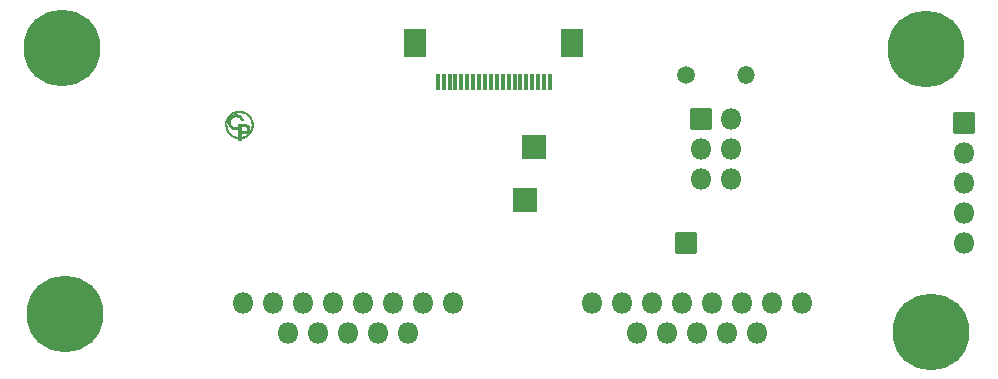
<source format=gbr>
%TF.GenerationSoftware,KiCad,Pcbnew,(7.0.0)*%
%TF.CreationDate,2023-03-30T12:26:05-04:00*%
%TF.ProjectId,headunit_hub,68656164-756e-4697-945f-6875622e6b69,rev?*%
%TF.SameCoordinates,Original*%
%TF.FileFunction,Soldermask,Top*%
%TF.FilePolarity,Negative*%
%FSLAX46Y46*%
G04 Gerber Fmt 4.6, Leading zero omitted, Abs format (unit mm)*
G04 Created by KiCad (PCBNEW (7.0.0)) date 2023-03-30 12:26:05*
%MOMM*%
%LPD*%
G01*
G04 APERTURE LIST*
G04 Aperture macros list*
%AMRoundRect*
0 Rectangle with rounded corners*
0 $1 Rounding radius*
0 $2 $3 $4 $5 $6 $7 $8 $9 X,Y pos of 4 corners*
0 Add a 4 corners polygon primitive as box body*
4,1,4,$2,$3,$4,$5,$6,$7,$8,$9,$2,$3,0*
0 Add four circle primitives for the rounded corners*
1,1,$1+$1,$2,$3*
1,1,$1+$1,$4,$5*
1,1,$1+$1,$6,$7*
1,1,$1+$1,$8,$9*
0 Add four rect primitives between the rounded corners*
20,1,$1+$1,$2,$3,$4,$5,0*
20,1,$1+$1,$4,$5,$6,$7,0*
20,1,$1+$1,$6,$7,$8,$9,0*
20,1,$1+$1,$8,$9,$2,$3,0*%
G04 Aperture macros list end*
%ADD10C,0.010000*%
%ADD11RoundRect,0.050000X-1.000000X-1.000000X1.000000X-1.000000X1.000000X1.000000X-1.000000X1.000000X0*%
%ADD12RoundRect,0.050000X0.150000X0.650000X-0.150000X0.650000X-0.150000X-0.650000X0.150000X-0.650000X0*%
%ADD13RoundRect,0.050000X0.900000X1.100000X-0.900000X1.100000X-0.900000X-1.100000X0.900000X-1.100000X0*%
%ADD14RoundRect,0.050000X-0.850000X-0.850000X0.850000X-0.850000X0.850000X0.850000X-0.850000X0.850000X0*%
%ADD15C,1.500000*%
%ADD16O,1.500000X1.500000*%
%ADD17O,1.800000X1.800000*%
%ADD18C,0.900000*%
%ADD19C,6.500000*%
G04 APERTURE END LIST*
%TO.C,H3*%
G36*
X122556712Y-84222468D02*
G01*
X122655744Y-84222468D01*
X122672448Y-84412368D01*
X122723459Y-84597587D01*
X122808657Y-84773380D01*
X122927923Y-84935005D01*
X123081138Y-85077715D01*
X123134886Y-85116945D01*
X123220903Y-85167162D01*
X123324066Y-85214184D01*
X123430350Y-85252768D01*
X123525731Y-85277671D01*
X123582337Y-85284221D01*
X123651129Y-85284668D01*
X123651129Y-84797835D01*
X123651129Y-84606528D01*
X123592920Y-84622066D01*
X123470583Y-84638400D01*
X123335149Y-84630405D01*
X123206793Y-84599930D01*
X123163945Y-84582782D01*
X123043581Y-84517587D01*
X122953473Y-84442534D01*
X122881578Y-84346055D01*
X122842774Y-84274292D01*
X122787020Y-84116764D01*
X122771709Y-83956298D01*
X122797026Y-83798449D01*
X122824556Y-83723200D01*
X122885766Y-83621002D01*
X122973475Y-83521807D01*
X123075311Y-83437242D01*
X123178898Y-83378930D01*
X123199064Y-83371330D01*
X123357564Y-83337727D01*
X123515339Y-83341914D01*
X123665645Y-83381296D01*
X123801739Y-83453275D01*
X123916879Y-83555257D01*
X124002269Y-83680589D01*
X124030874Y-83738114D01*
X124049389Y-83778336D01*
X124053295Y-83789420D01*
X124035533Y-83800686D01*
X124002345Y-83811200D01*
X123949059Y-83826255D01*
X123919590Y-83836192D01*
X123888147Y-83829792D01*
X123873122Y-83802192D01*
X123840308Y-83742066D01*
X123782669Y-83673131D01*
X123712194Y-83607484D01*
X123640870Y-83557221D01*
X123619379Y-83546158D01*
X123493660Y-83510947D01*
X123362813Y-83512961D01*
X123235980Y-83549571D01*
X123122307Y-83618148D01*
X123031569Y-83715153D01*
X122996979Y-83768445D01*
X122976537Y-83814457D01*
X122966569Y-83867667D01*
X122963400Y-83942552D01*
X122963212Y-83984464D01*
X122964925Y-84075026D01*
X122972204Y-84137558D01*
X122988257Y-84186294D01*
X123016291Y-84235472D01*
X123021601Y-84243575D01*
X123111889Y-84349092D01*
X123220430Y-84417522D01*
X123351729Y-84451419D01*
X123394789Y-84455160D01*
X123476977Y-84455856D01*
X123550000Y-84450000D01*
X123591781Y-84440767D01*
X123625819Y-84422788D01*
X123644137Y-84394163D01*
X123648059Y-84370648D01*
X123862795Y-84370648D01*
X123862795Y-84797835D01*
X124037420Y-84796640D01*
X124130022Y-84792966D01*
X124215671Y-84784341D01*
X124278129Y-84772495D01*
X124285577Y-84770181D01*
X124356045Y-84726169D01*
X124399512Y-84658563D01*
X124413397Y-84578350D01*
X124395120Y-84496517D01*
X124362083Y-84444473D01*
X124337160Y-84417940D01*
X124310817Y-84400416D01*
X124273724Y-84389641D01*
X124216551Y-84383357D01*
X124129969Y-84379306D01*
X124086917Y-84377866D01*
X123862795Y-84370648D01*
X123648059Y-84370648D01*
X123652836Y-84342006D01*
X123655281Y-84306667D01*
X123661712Y-84194585D01*
X124001931Y-84197109D01*
X124156066Y-84199919D01*
X124274545Y-84206924D01*
X124363972Y-84219858D01*
X124430954Y-84240460D01*
X124482096Y-84270463D01*
X124524004Y-84311606D01*
X124545837Y-84340069D01*
X124570441Y-84381616D01*
X124584854Y-84429044D01*
X124591556Y-84494929D01*
X124593045Y-84579324D01*
X124588344Y-84689458D01*
X124570717Y-84770055D01*
X124534878Y-84833215D01*
X124475543Y-84891039D01*
X124447328Y-84912943D01*
X124416605Y-84931867D01*
X124378286Y-84945057D01*
X124323782Y-84953879D01*
X124244508Y-84959698D01*
X124131877Y-84963880D01*
X124125844Y-84964053D01*
X123862795Y-84971521D01*
X123862795Y-85289379D01*
X123942170Y-85275755D01*
X123997860Y-85260123D01*
X124076801Y-85230405D01*
X124164727Y-85192124D01*
X124193434Y-85178479D01*
X124367382Y-85071284D01*
X124516582Y-84933696D01*
X124637418Y-84771444D01*
X124726276Y-84590259D01*
X124779539Y-84395872D01*
X124794129Y-84226335D01*
X124774391Y-84028921D01*
X124718031Y-83842481D01*
X124629330Y-83670751D01*
X124512568Y-83517464D01*
X124372026Y-83386355D01*
X124211983Y-83281159D01*
X124036721Y-83205608D01*
X123850519Y-83163439D01*
X123657659Y-83158385D01*
X123580423Y-83167462D01*
X123395183Y-83210036D01*
X123234366Y-83276943D01*
X123090992Y-83368788D01*
X122934376Y-83510934D01*
X122812663Y-83672120D01*
X122725732Y-83847600D01*
X122673466Y-84032630D01*
X122655744Y-84222468D01*
X122556712Y-84222468D01*
X122570098Y-84031049D01*
X122625799Y-83826807D01*
X122721644Y-83633909D01*
X122857006Y-83454438D01*
X122899712Y-83409097D01*
X123069616Y-83264219D01*
X123255759Y-83158405D01*
X123458594Y-83091466D01*
X123678575Y-83063214D01*
X123732390Y-83062168D01*
X123945063Y-83082554D01*
X124147127Y-83141479D01*
X124334094Y-83235594D01*
X124501478Y-83361549D01*
X124644790Y-83515996D01*
X124759543Y-83695584D01*
X124838404Y-83887668D01*
X124870195Y-84037372D01*
X124882245Y-84206490D01*
X124874566Y-84377440D01*
X124847175Y-84532641D01*
X124837855Y-84565001D01*
X124751426Y-84773671D01*
X124632567Y-84955725D01*
X124482849Y-85109771D01*
X124303844Y-85234415D01*
X124097122Y-85328263D01*
X123921004Y-85378453D01*
X123878388Y-85396247D01*
X123863621Y-85433388D01*
X123862795Y-85454404D01*
X123860450Y-85491758D01*
X123846136Y-85510384D01*
X123808934Y-85516795D01*
X123756962Y-85517501D01*
X123694281Y-85516012D01*
X123663021Y-85507435D01*
X123652279Y-85485606D01*
X123651129Y-85457660D01*
X123648579Y-85425625D01*
X123634802Y-85405187D01*
X123600603Y-85390814D01*
X123536790Y-85376975D01*
X123508254Y-85371690D01*
X123305160Y-85313692D01*
X123117163Y-85219174D01*
X122948849Y-85092624D01*
X122804809Y-84938532D01*
X122689628Y-84761384D01*
X122607897Y-84565670D01*
X122581637Y-84465240D01*
X122555168Y-84244554D01*
X122556712Y-84222468D01*
G37*
D10*
X122556712Y-84222468D02*
X122655744Y-84222468D01*
X122672448Y-84412368D01*
X122723459Y-84597587D01*
X122808657Y-84773380D01*
X122927923Y-84935005D01*
X123081138Y-85077715D01*
X123134886Y-85116945D01*
X123220903Y-85167162D01*
X123324066Y-85214184D01*
X123430350Y-85252768D01*
X123525731Y-85277671D01*
X123582337Y-85284221D01*
X123651129Y-85284668D01*
X123651129Y-84797835D01*
X123651129Y-84606528D01*
X123592920Y-84622066D01*
X123470583Y-84638400D01*
X123335149Y-84630405D01*
X123206793Y-84599930D01*
X123163945Y-84582782D01*
X123043581Y-84517587D01*
X122953473Y-84442534D01*
X122881578Y-84346055D01*
X122842774Y-84274292D01*
X122787020Y-84116764D01*
X122771709Y-83956298D01*
X122797026Y-83798449D01*
X122824556Y-83723200D01*
X122885766Y-83621002D01*
X122973475Y-83521807D01*
X123075311Y-83437242D01*
X123178898Y-83378930D01*
X123199064Y-83371330D01*
X123357564Y-83337727D01*
X123515339Y-83341914D01*
X123665645Y-83381296D01*
X123801739Y-83453275D01*
X123916879Y-83555257D01*
X124002269Y-83680589D01*
X124030874Y-83738114D01*
X124049389Y-83778336D01*
X124053295Y-83789420D01*
X124035533Y-83800686D01*
X124002345Y-83811200D01*
X123949059Y-83826255D01*
X123919590Y-83836192D01*
X123888147Y-83829792D01*
X123873122Y-83802192D01*
X123840308Y-83742066D01*
X123782669Y-83673131D01*
X123712194Y-83607484D01*
X123640870Y-83557221D01*
X123619379Y-83546158D01*
X123493660Y-83510947D01*
X123362813Y-83512961D01*
X123235980Y-83549571D01*
X123122307Y-83618148D01*
X123031569Y-83715153D01*
X122996979Y-83768445D01*
X122976537Y-83814457D01*
X122966569Y-83867667D01*
X122963400Y-83942552D01*
X122963212Y-83984464D01*
X122964925Y-84075026D01*
X122972204Y-84137558D01*
X122988257Y-84186294D01*
X123016291Y-84235472D01*
X123021601Y-84243575D01*
X123111889Y-84349092D01*
X123220430Y-84417522D01*
X123351729Y-84451419D01*
X123394789Y-84455160D01*
X123476977Y-84455856D01*
X123550000Y-84450000D01*
X123591781Y-84440767D01*
X123625819Y-84422788D01*
X123644137Y-84394163D01*
X123648059Y-84370648D01*
X123862795Y-84370648D01*
X123862795Y-84797835D01*
X124037420Y-84796640D01*
X124130022Y-84792966D01*
X124215671Y-84784341D01*
X124278129Y-84772495D01*
X124285577Y-84770181D01*
X124356045Y-84726169D01*
X124399512Y-84658563D01*
X124413397Y-84578350D01*
X124395120Y-84496517D01*
X124362083Y-84444473D01*
X124337160Y-84417940D01*
X124310817Y-84400416D01*
X124273724Y-84389641D01*
X124216551Y-84383357D01*
X124129969Y-84379306D01*
X124086917Y-84377866D01*
X123862795Y-84370648D01*
X123648059Y-84370648D01*
X123652836Y-84342006D01*
X123655281Y-84306667D01*
X123661712Y-84194585D01*
X124001931Y-84197109D01*
X124156066Y-84199919D01*
X124274545Y-84206924D01*
X124363972Y-84219858D01*
X124430954Y-84240460D01*
X124482096Y-84270463D01*
X124524004Y-84311606D01*
X124545837Y-84340069D01*
X124570441Y-84381616D01*
X124584854Y-84429044D01*
X124591556Y-84494929D01*
X124593045Y-84579324D01*
X124588344Y-84689458D01*
X124570717Y-84770055D01*
X124534878Y-84833215D01*
X124475543Y-84891039D01*
X124447328Y-84912943D01*
X124416605Y-84931867D01*
X124378286Y-84945057D01*
X124323782Y-84953879D01*
X124244508Y-84959698D01*
X124131877Y-84963880D01*
X124125844Y-84964053D01*
X123862795Y-84971521D01*
X123862795Y-85289379D01*
X123942170Y-85275755D01*
X123997860Y-85260123D01*
X124076801Y-85230405D01*
X124164727Y-85192124D01*
X124193434Y-85178479D01*
X124367382Y-85071284D01*
X124516582Y-84933696D01*
X124637418Y-84771444D01*
X124726276Y-84590259D01*
X124779539Y-84395872D01*
X124794129Y-84226335D01*
X124774391Y-84028921D01*
X124718031Y-83842481D01*
X124629330Y-83670751D01*
X124512568Y-83517464D01*
X124372026Y-83386355D01*
X124211983Y-83281159D01*
X124036721Y-83205608D01*
X123850519Y-83163439D01*
X123657659Y-83158385D01*
X123580423Y-83167462D01*
X123395183Y-83210036D01*
X123234366Y-83276943D01*
X123090992Y-83368788D01*
X122934376Y-83510934D01*
X122812663Y-83672120D01*
X122725732Y-83847600D01*
X122673466Y-84032630D01*
X122655744Y-84222468D01*
X122556712Y-84222468D01*
X122570098Y-84031049D01*
X122625799Y-83826807D01*
X122721644Y-83633909D01*
X122857006Y-83454438D01*
X122899712Y-83409097D01*
X123069616Y-83264219D01*
X123255759Y-83158405D01*
X123458594Y-83091466D01*
X123678575Y-83063214D01*
X123732390Y-83062168D01*
X123945063Y-83082554D01*
X124147127Y-83141479D01*
X124334094Y-83235594D01*
X124501478Y-83361549D01*
X124644790Y-83515996D01*
X124759543Y-83695584D01*
X124838404Y-83887668D01*
X124870195Y-84037372D01*
X124882245Y-84206490D01*
X124874566Y-84377440D01*
X124847175Y-84532641D01*
X124837855Y-84565001D01*
X124751426Y-84773671D01*
X124632567Y-84955725D01*
X124482849Y-85109771D01*
X124303844Y-85234415D01*
X124097122Y-85328263D01*
X123921004Y-85378453D01*
X123878388Y-85396247D01*
X123863621Y-85433388D01*
X123862795Y-85454404D01*
X123860450Y-85491758D01*
X123846136Y-85510384D01*
X123808934Y-85516795D01*
X123756962Y-85517501D01*
X123694281Y-85516012D01*
X123663021Y-85507435D01*
X123652279Y-85485606D01*
X123651129Y-85457660D01*
X123648579Y-85425625D01*
X123634802Y-85405187D01*
X123600603Y-85390814D01*
X123536790Y-85376975D01*
X123508254Y-85371690D01*
X123305160Y-85313692D01*
X123117163Y-85219174D01*
X122948849Y-85092624D01*
X122804809Y-84938532D01*
X122689628Y-84761384D01*
X122607897Y-84565670D01*
X122581637Y-84465240D01*
X122555168Y-84244554D01*
X122556712Y-84222468D01*
%TD*%
D11*
%TO.C,Ex1*%
X147900000Y-90650000D03*
%TD*%
D12*
%TO.C,ToPi*%
X150050000Y-80600000D03*
X149550000Y-80600000D03*
X149050000Y-80600000D03*
X148550000Y-80600000D03*
X148050000Y-80600000D03*
X147550000Y-80600000D03*
X147050000Y-80600000D03*
X146550000Y-80600000D03*
X146050000Y-80600000D03*
X145550000Y-80600000D03*
X145050000Y-80600000D03*
X144550000Y-80600000D03*
X144050000Y-80600000D03*
X143550000Y-80600000D03*
X143050000Y-80600000D03*
X142550000Y-80600000D03*
X142050000Y-80600000D03*
X141550000Y-80600000D03*
X141050000Y-80600000D03*
X140550000Y-80600000D03*
D13*
X151950000Y-77350000D03*
X138650000Y-77350000D03*
%TD*%
D14*
%TO.C,LSCAN*%
X161600000Y-94250000D03*
%TD*%
D11*
%TO.C,Ex2*%
X148700000Y-86150000D03*
%TD*%
D15*
%TO.C,R1*%
X161600000Y-80050000D03*
D16*
X166679999Y-80049999D03*
%TD*%
D14*
%TO.C,J5*%
X185100000Y-84090000D03*
D17*
X185099999Y-86629999D03*
X185099999Y-89169999D03*
X185099999Y-91709999D03*
X185099999Y-94249999D03*
%TD*%
D18*
%TO.C,H4*%
X106550000Y-100250000D03*
X107252944Y-98552944D03*
X107252944Y-101947056D03*
X108950000Y-97850000D03*
D19*
X108950000Y-100250000D03*
D18*
X108950000Y-102650000D03*
X110647056Y-98552944D03*
X110647056Y-101947056D03*
X111350000Y-100250000D03*
%TD*%
D14*
%TO.C,J6*%
X162800000Y-83760000D03*
D17*
X165339999Y-83759999D03*
X162799999Y-86299999D03*
X165339999Y-86299999D03*
X162799999Y-88839999D03*
X165339999Y-88839999D03*
%TD*%
D18*
%TO.C,H2*%
X179950000Y-101750000D03*
X180652944Y-100052944D03*
X180652944Y-103447056D03*
X182350000Y-99350000D03*
D19*
X182350000Y-101750000D03*
D18*
X182350000Y-104150000D03*
X184047056Y-100052944D03*
X184047056Y-103447056D03*
X184750000Y-101750000D03*
%TD*%
%TO.C,H5*%
X179500000Y-77850000D03*
X180202944Y-76152944D03*
X180202944Y-79547056D03*
X181900000Y-75450000D03*
D19*
X181900000Y-77850000D03*
D18*
X181900000Y-80250000D03*
X183597056Y-76152944D03*
X183597056Y-79547056D03*
X184300000Y-77850000D03*
%TD*%
D17*
%TO.C,J1*%
X167574999Y-101834999D03*
X166304999Y-99294999D03*
X165034999Y-101834999D03*
X163764999Y-99294999D03*
X162494999Y-101834999D03*
X161224999Y-99294999D03*
X159954999Y-101834999D03*
X158684999Y-99294999D03*
X171384999Y-99294999D03*
X168844999Y-99294999D03*
X156144999Y-99294999D03*
X153604999Y-99294999D03*
X157414999Y-101834999D03*
%TD*%
D18*
%TO.C,H1*%
X106350000Y-77700000D03*
X107052944Y-76002944D03*
X107052944Y-79397056D03*
X108750000Y-75300000D03*
D19*
X108750000Y-77700000D03*
D18*
X108750000Y-80100000D03*
X110447056Y-76002944D03*
X110447056Y-79397056D03*
X111150000Y-77700000D03*
%TD*%
D17*
%TO.C,J3*%
X138064999Y-101834999D03*
X136794999Y-99294999D03*
X135524999Y-101834999D03*
X134254999Y-99294999D03*
X132984999Y-101834999D03*
X131714999Y-99294999D03*
X130444999Y-101834999D03*
X129174999Y-99294999D03*
X141874999Y-99294999D03*
X139334999Y-99294999D03*
X126634999Y-99294999D03*
X124094999Y-99294999D03*
X127904999Y-101834999D03*
%TD*%
M02*

</source>
